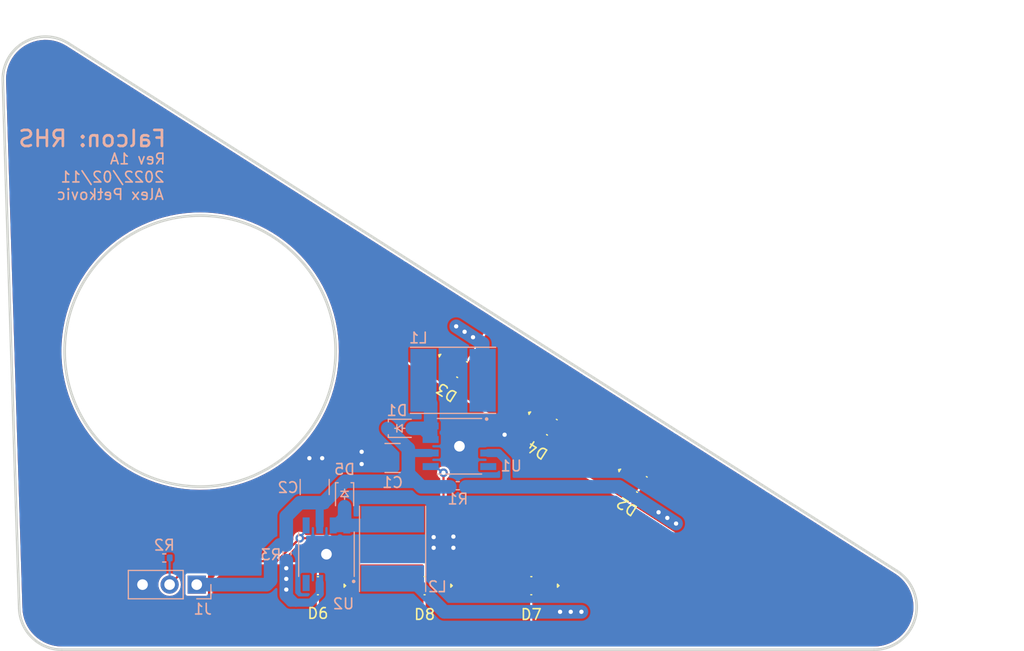
<source format=kicad_pcb>
(kicad_pcb (version 20211014) (generator pcbnew)
  (title_block (title "Project Falcon") (date "2022-02-11") (rev "1A") (company "University of Waterloo") (comment 1 "Mechatronics Engineering") (comment 2 "Final Year Design Project (Capstone)") (comment 3 "Alex Petkovic") (comment 4 "RHS Auxilliary PCB"))
  (layers (0 "F.Cu" signal) (31 "B.Cu" signal) (34 "B.Paste" user) (35 "F.Paste" user) (36 "B.SilkS" user "B.Silkscreen") (37 "F.SilkS" user "F.Silkscreen") (38 "B.Mask" user) (39 "F.Mask" user) (44 "Edge.Cuts" user))
  (net 0 "")
  (net 1 "GND")
  (net 2 "VSYS_SW")
  (net 3 "Net-(D1-Pad2)")
  (net 4 "/LED1_A")
  (net 5 "/LED1_B")
  (net 6 "Net-(D5-Pad2)")
  (net 7 "/LED2_A")
  (net 8 "/LED2_B")
  (net 9 "PWM_LED_RHS")
  (net 12 "/LED1_P")
  (net 13 "/LED1_N")
  (net 14 "/LED2_P")
  (net 15 "/LED2_N")
  (footprint "JetkovKiCADLib:XQ-A-LED_Large" (layer "F.Cu") (at 143 122)
    (fp_text reference "D8" (at 0 2.7) (layer "F.SilkS"))
    (fp_text value "XQA LED 1616 SMD")
    (fp_line (start 0.05 -0.85) (end -0.05 -0.85) (layer "F.SilkS") (width 0.12))
    (fp_line (start 0.05 0.85) (end -0.05 0.85) (layer "F.SilkS") (width 0.12))
    (fp_line (start 0 -0.85) (end 0.05 -0.85) (layer "F.SilkS") (width 0.12))
    (fp_poly (pts (xy 2.6 0) (xy 2.45 0.15) (xy 2.45 -0.15)) (layer "F.SilkS") (width 0.12) (fill solid))
    (pad "1" smd rect (at 1.15 0) (size 2 3.4) (layers "F.Cu" "F.Paste" "F.Mask") (net 8 "/LED2_B"))
    (pad "2" smd rect (at -1.15 0) (size 2 3.4) (layers "F.Cu" "F.Paste" "F.Mask") (net 7 "/LED2_A"))
  )
  (footprint "JetkovKiCADLib:XQ-A-LED_Large" (layer "F.Cu") (at 163.370775 112.514092 147.507004)
    (fp_text reference "D2" (at 0.069093 -2.486931 147.507004 unlocked) (layer "F.SilkS"))
    (fp_text value "XQA LED 1616 SMD")
    (fp_line (start 0.05 0.85) (end -0.05 0.85) (layer "F.SilkS") (width 0.12))
    (fp_line (start 0.05 -0.85) (end -0.05 -0.85) (layer "F.SilkS") (width 0.12))
    (fp_line (start 0 -0.85) (end 0.05 -0.85) (layer "F.SilkS") (width 0.12))
    (fp_poly (pts (xy 2.6 0) (xy 2.45 0.15) (xy 2.45 -0.15)) (layer "F.SilkS") (width 0.12) (fill solid))
    (pad "1" smd rect (at 1.15 0 147.507004) (size 2 3.4) (layers "F.Cu" "F.Paste" "F.Mask") (net 4 "/LED1_A"))
    (pad "2" smd rect (at -1.15 0 147.507004) (size 2 3.4) (layers "F.Cu" "F.Paste" "F.Mask") (net 12 "/LED1_P"))
  )
  (footprint "JetkovKiCADLib:XQ-A-LED_Large" (layer "F.Cu") (at 154.934065 107.145633 147.507004)
    (fp_text reference "D4" (at 0.001353 -2.524952 147.507004 unlocked) (layer "F.SilkS"))
    (fp_text value "XQA LED 1616 SMD")
    (fp_line (start 0.05 -0.85) (end -0.05 -0.85) (layer "F.SilkS") (width 0.12))
    (fp_line (start 0 -0.85) (end 0.05 -0.85) (layer "F.SilkS") (width 0.12))
    (fp_line (start 0.05 0.85) (end -0.05 0.85) (layer "F.SilkS") (width 0.12))
    (fp_poly (pts (xy 2.6 0) (xy 2.45 0.15) (xy 2.45 -0.15)) (layer "F.SilkS") (width 0.12) (fill solid))
    (pad "1" smd rect (at 1.15 0 147.507004) (size 2 3.4) (layers "F.Cu" "F.Paste" "F.Mask") (net 5 "/LED1_B"))
    (pad "2" smd rect (at -1.15 0 147.507004) (size 2 3.4) (layers "F.Cu" "F.Paste" "F.Mask") (net 4 "/LED1_A"))
  )
  (footprint "JetkovKiCADLib:XQ-A-LED_Large" (layer "F.Cu") (at 153 122)
    (fp_text reference "D7" (at 0 2.7) (layer "F.SilkS"))
    (fp_text value "XQA LED 1616 SMD")
    (fp_line (start 0.05 0.85) (end -0.05 0.85) (layer "F.SilkS") (width 0.12))
    (fp_line (start 0 -0.85) (end 0.05 -0.85) (layer "F.SilkS") (width 0.12))
    (fp_line (start 0.05 -0.85) (end -0.05 -0.85) (layer "F.SilkS") (width 0.12))
    (fp_poly (pts (xy 2.6 0) (xy 2.45 0.15) (xy 2.45 -0.15)) (layer "F.SilkS") (width 0.12) (fill solid))
    (pad "1" smd rect (at 1.15 0) (size 2 3.4) (layers "F.Cu" "F.Paste" "F.Mask") (net 15 "/LED2_N"))
    (pad "2" smd rect (at -1.15 0) (size 2 3.4) (layers "F.Cu" "F.Paste" "F.Mask") (net 8 "/LED2_B"))
  )
  (footprint "JetkovKiCADLib:XQ-A-LED_Large" (layer "F.Cu") (at 133 122)
    (fp_text reference "D6" (at 0 2.6) (layer "F.SilkS"))
    (fp_text value "XQA LED 1616 SMD")
    (fp_line (start 0.05 0.85) (end -0.05 0.85) (layer "F.SilkS") (width 0.12))
    (fp_line (start 0 -0.85) (end 0.05 -0.85) (layer "F.SilkS") (width 0.12))
    (fp_line (start 0.05 -0.85) (end -0.05 -0.85) (layer "F.SilkS") (width 0.12))
    (fp_poly (pts (xy 2.6 0) (xy 2.45 0.15) (xy 2.45 -0.15)) (layer "F.SilkS") (width 0.12) (fill solid))
    (pad "1" smd rect (at 1.15 0) (size 2 3.4) (layers "F.Cu" "F.Paste" "F.Mask") (net 7 "/LED2_A"))
    (pad "2" smd rect (at -1.15 0) (size 2 3.4) (layers "F.Cu" "F.Paste" "F.Mask") (net 14 "/LED2_P"))
  )
  (footprint "JetkovKiCADLib:XQ-A-LED_Large" (layer "F.Cu") (at 146.515434 101.750764 147.507004)
    (fp_text reference "D3" (at 0.072741 -2.564336 147.507004 unlocked) (layer "F.SilkS"))
    (fp_text value "XQA LED 1616 SMD")
    (fp_line (start 0 -0.85) (end 0.05 -0.85) (layer "F.SilkS") (width 0.12))
    (fp_line (start 0.05 -0.85) (end -0.05 -0.85) (layer "F.SilkS") (width 0.12))
    (fp_line (start 0.05 0.85) (end -0.05 0.85) (layer "F.SilkS") (width 0.12))
    (fp_poly (pts (xy 2.6 0) (xy 2.45 0.15) (xy 2.45 -0.15)) (layer "F.SilkS") (width 0.12) (fill solid))
    (pad "1" smd rect (at 1.15 0 147.507004) (size 2 3.4) (layers "F.Cu" "F.Paste" "F.Mask") (net 13 "/LED1_N"))
    (pad "2" smd rect (at -1.15 0 147.507004) (size 2 3.4) (layers "F.Cu" "F.Paste" "F.Mask") (net 5 "/LED1_B"))
  )
  (footprint "JetkovKiCADLib:8-SOIC_SO-8EP_DIO" (layer "B.Cu") (at 133.8 119.05 90)
    (fp_text reference "U2" (at -4.65 1.6) (layer "B.SilkS") (effects (justify mirror)))
    (fp_text value "AL8843QSP-13" hide)
    (fp_line (start -2.0828 -2.6035) (end 2.0828 -2.6035) (layer "B.SilkS") (width 0.12))
    (fp_line (start 2.0828 2.6035) (end -2.0828 2.6035) (layer "B.SilkS") (width 0.12))
    (fp_circle (center -2.55 2.55) (end -2.55 2.55) (layer "B.SilkS") (width 0.12) (fill none))
    (fp_circle (center -2.55 2.55) (end -2.440722 2.532188) (layer "B.SilkS") (width 0.12) (fill none))
    (pad "1" smd rect (at -2.7 1.905 90) (size 1.5 0.65) (layers "B.Cu" "B.Paste" "B.Mask") (net 1 "GND"))
    (pad "2" smd rect (at -2.7 0.635 90) (size 1.5 0.65) (layers "B.Cu" "B.Paste" "B.Mask") (net 1 "GND"))
    (pad "3" smd rect (at -2.7 -0.635 90) (size 1.5 0.65) (layers "B.Cu" "B.Paste" "B.Mask") (net 14 "/LED2_P"))
    (pad "4" smd rect (at -2.7 -1.905 90) (size 1.5 0.65) (layers "B.Cu" "B.Paste" "B.Mask"))
    (pad "5" smd rect (at 2.7 -1.905 90) (size 1.5 0.65) (layers "B.Cu" "B.Paste" "B.Mask") (net 9 "PWM_LED_RHS"))
    (pad "6" smd rect (at 2.7 -0.635 90) (size 1.5 0.65) (layers "B.Cu" "B.Paste" "B.Mask") (net 2 "VSYS_SW"))
    (pad "7" smd rect (at 2.7 0.635 90) (size 1.5 0.65) (layers "B.Cu" "B.Paste" "B.Mask") (net 6 "Net-(D5-Pad2)"))
    (pad "8" smd rect (at 2.7 1.905 90) (size 1.5 0.65) (layers "B.Cu" "B.Paste" "B.Mask") (net 6 "Net-(D5-Pad2)"))
    (pad "EPAD" smd rect (at 0 0 90) (size 2.7 3.6) (layers "B.Cu" "B.Mask") (net 1 "GND"))
  )
  (footprint "Connector_PinHeader_2.54mm:PinHeader_1x03_P2.54mm_Vertical" (layer "B.Cu") (at 121.64 121.9 90)
    (fp_text reference "J1" (at -2.3 0.56 180) (layer "B.SilkS") (effects (justify mirror)))
    (fp_text value "100mil")
    (fp_line (start -1.33 -6.41) (end 1.33 -6.41) (layer "B.SilkS") (width 0.12))
    (fp_line (start 1.33 -1.27) (end 1.33 -6.41) (layer "B.SilkS") (width 0.12))
    (fp_line (start -1.33 0) (end -1.33 1.33) (layer "B.SilkS") (width 0.12))
    (fp_line (start -1.33 1.33) (end 0 1.33) (layer "B.SilkS") (width 0.12))
    (fp_line (start -1.33 -1.27) (end 1.33 -1.27) (layer "B.SilkS") (width 0.12))
    (fp_line (start -1.33 -1.27) (end -1.33 -6.41) (layer "B.SilkS") (width 0.12))
    (pad "1" thru_hole rect locked (at 0 0 90) (size 1.7 1.7) (drill 1) (layers *.Cu *.Mask) (net 2 "VSYS_SW"))
    (pad "2" thru_hole oval locked (at 0 -2.54 90) (size 1.7 1.7) (drill 1) (layers *.Cu *.Mask) (net 9 "PWM_LED_RHS"))
    (pad "3" thru_hole oval locked (at 0 -5.08 90) (size 1.7 1.7) (drill 1) (layers *.Cu *.Mask) (net 1 "GND"))
  )
  (footprint "Resistor_SMD:R_0402_1005Metric" (layer "B.Cu") (at 118.6 119.4)
    (fp_text reference "R2" (at 0 -1.2) (layer "B.SilkS") (effects (justify mirror)))
    (fp_text value "1M")
    (fp_line (start -0.153641 0.38) (end 0.153641 0.38) (layer "B.SilkS") (width 0.12))
    (fp_line (start -0.153641 -0.38) (end 0.153641 -0.38) (layer "B.SilkS") (width 0.12))
    (pad "1" smd roundrect locked (at -0.51 0) (size 0.54 0.64) (layers "B.Cu" "B.Paste" "B.Mask") (net 1 "GND"))
    (pad "2" smd roundrect locked (at 0.51 0) (size 0.54 0.64) (layers "B.Cu" "B.Paste" "B.Mask") (net 9 "PWM_LED_RHS"))
  )
  (footprint "JetkovKiCADLib:L_Taiyo-Yuden_NR-60xx_HandSoldering" (layer "B.Cu") (at 145.6666 102.75)
    (fp_text reference "L1" (at -3.25 -3.9695) (layer "B.SilkS") (effects (justify mirror)))
    (fp_text value "100uH")
    (fp_line (start -4 3.1) (end 4 3.1) (layer "B.SilkS") (width 0.12))
    (fp_line (start -4 -3.1) (end 4 -3.1) (layer "B.SilkS") (width 0.12))
    (pad "1" smd rect (at -2.775 0) (size 2.45 5.9) (layers "B.Cu" "B.Paste" "B.Mask") (net 3 "Net-(D1-Pad2)"))
    (pad "2" smd rect (at 2.775 0) (size 2.45 5.9) (layers "B.Cu" "B.Paste" "B.Mask") (net 13 "/LED1_N"))
  )
  (footprint "JetkovKiCADLib:L_Taiyo-Yuden_NR-60xx_HandSoldering" (layer "B.Cu") (at 140 118.55 -90)
    (fp_text reference "L2" (at 3.55 -4.2 180) (layer "B.SilkS") (effects (justify mirror)))
    (fp_text value "100uH")
    (fp_line (start -4 3.1) (end 4 3.1) (layer "B.SilkS") (width 0.12))
    (fp_line (start -4 -3.1) (end 4 -3.1) (layer "B.SilkS") (width 0.12))
    (pad "1" smd rect (at -2.775 0 270) (size 2.45 5.9) (layers "B.Cu" "B.Paste" "B.Mask") (net 6 "Net-(D5-Pad2)"))
    (pad "2" smd rect (at 2.775 0 270) (size 2.45 5.9) (layers "B.Cu" "B.Paste" "B.Mask") (net 15 "/LED2_N"))
  )
  (footprint "Resistor_SMD:R_0402_1005Metric" (layer "B.Cu") (at 130.1 118.95 90)
    (fp_text reference "R3" (at -0.15 -1.5 180) (layer "B.SilkS") (effects (justify mirror)))
    (fp_text value "499m")
    (fp_line (start -0.153641 -0.38) (end 0.153641 -0.38) (layer "B.SilkS") (width 0.12))
    (fp_line (start -0.153641 0.38) (end 0.153641 0.38) (layer "B.SilkS") (width 0.12))
    (pad "1" smd roundrect locked (at -0.51 0 90) (size 0.54 0.64) (layers "B.Cu" "B.Paste" "B.Mask") (net 14 "/LED2_P"))
    (pad "2" smd roundrect locked (at 0.51 0 90) (size 0.54 0.64) (layers "B.Cu" "B.Paste" "B.Mask") (net 2 "VSYS_SW"))
  )
  (footprint "Capacitor_SMD:C_1210_3225Metric" (layer "B.Cu") (at 140 110.0305)
    (fp_text reference "C1" (at 0 2.3) (layer "B.SilkS") (effects (justify mirror)))
    (fp_text value "10uF")
    (fp_line (start -0.711252 1.36) (end 0.711252 1.36) (layer "B.SilkS") (width 0.12))
    (fp_line (start -0.711252 -1.36) (end 0.711252 -1.36) (layer "B.SilkS") (width 0.12))
    (pad "1" smd roundrect locked (at -1.475 0) (size 1.15 2.7) (layers "B.Cu" "B.Paste" "B.Mask") (roundrect_rratio 0.2173913043) (net 1 "GND"))
    (pad "2" smd roundrect locked (at 1.475 0) (size 1.15 2.7) (layers "B.Cu" "B.Paste" "B.Mask") (roundrect_rratio 0.2173913043) (net 2 "VSYS_SW"))
  )
  (footprint "JetkovKiCADLib:SC-76-SOD-323_USC_TSB" (layer "B.Cu") (at 135.5 113.45 -90)
    (fp_text reference "D5" (at -2.35 0 -180) (layer "B.SilkS") (effects (justify mirror)))
    (fp_text value "500mA")
    (fp_line (start -0.3 0.35) (end -0.3 -0.35) (layer "B.SilkS") (width 0.12))
    (fp_line (start -1.1 -0.85) (end -1.1 -0.6) (layer "B.SilkS") (width 0.12))
    (fp_line (start 0.2 -0.35) (end -0.3 0) (layer "B.SilkS") (width 0.12))
    (fp_line (start -1.1 0.85) (end 1.05 0.85) (layer "B.SilkS") (width 0.12))
    (fp_line (start -1.1 -0.85) (end 1.05 -0.85) (layer "B.SilkS") (width 0.12))
    (fp_line (start 0.2 0.35) (end 0.2 -0.35) (layer "B.SilkS") (width 0.12))
    (fp_line (start -0.3 0) (end 0.2 0.35) (layer "B.SilkS") (width 0.12))
    (fp_line (start -1.1 0.85) (end -1.1 0.6) (layer "B.SilkS") (width 0.12))
    (fp_line (start -0.3 0) (end -0.5 0) (layer "B.SilkS") (width 0.12))
    (fp_line (start 0.2 0) (end 0.45 0) (layer "B.SilkS") (width 0.12))
    (pad "1" smd rect (at -1.15 0 270) (size 0.8 0.9) (layers "B.Cu" "B.Paste" "B.Mask") (net 2 "VSYS_SW"))
    (pad "2" smd rect (at 1.15 0 270) (size 0.8 0.9) (layers "B.Cu" "B.Paste" "B.Mask") (net 6 "Net-(D5-Pad2)"))
  )
  (footprint "Capacitor_SMD:C_1210_3225Metric" (layer "B.Cu") (at 132.7 112.75 -90)
    (fp_text reference "C2" (at 0.05 2.5 180) (layer "B.SilkS") (effects (justify mirror)))
    (fp_text value "10uF")
    (fp_line (start -0.711252 -1.36) (end 0.711252 -1.36) (layer "B.SilkS") (width 0.12))
    (fp_line (start -0.711252 1.36) (end 0.711252 1.36) (layer "B.SilkS") (width 0.12))
    (pad "1" smd roundrect locked (at -1.475 0 270) (size 1.15 2.7) (layers "B.Cu" "B.Paste" "B.Mask") (roundrect_rratio 0.2173913043) (net 1 "GND"))
    (pad "2" smd roundrect locked (at 1.475 0 270) (size 1.15 2.7) (layers "B.Cu" "B.Paste" "B.Mask") (roundrect_rratio 0.2173913043) (net 2 "VSYS_SW"))
  )
  (footprint "Resistor_SMD:R_0402_1005Metric" (layer "B.Cu") (at 146.11 112.6305 180)
    (fp_text reference "R1" (at -0.0066 -1.25) (layer "B.SilkS") (effects (justify mirror)))
    (fp_text value "499m")
    (fp_line (start -0.153641 -0.38) (end 0.153641 -0.38) (layer "B.SilkS") (width 0.12))
    (fp_line (start -0.153641 0.38) (end 0.153641 0.38) (layer "B.SilkS") (width 0.12))
    (pad "1" smd roundrect locked (at -0.51 0 180) (size 0.54 0.64) (layers "B.Cu" "B.Paste" "B.Mask") (net 12 "/LED1_P"))
    (pad "2" smd roundrect locked (at 0.51 0 180) (size 0.54 0.64) (layers "B.Cu" "B.Paste" "B.Mask") (net 2 "VSYS_SW"))
  )
  (footprint "JetkovKiCADLib:SC-76-SOD-323_USC_TSB" (layer "B.Cu") (at 140.7 107.25)
    (fp_text reference "D1" (at -0.2834 -1.6695) (layer "B.SilkS") (effects (justify mirror)))
    (fp_text value "500mA")
    (fp_line (start -1.1 0.85) (end -1.1 0.6) (layer "B.SilkS") (width 0.12))
    (fp_line (start 0.2 -0.35) (end -0.3 0) (layer "B.SilkS") (width 0.12))
    (fp_line (start -0.3 0) (end -0.5 0) (layer "B.SilkS") (width 0.12))
    (fp_line (start -0.3 0) (end 0.2 0.35) (layer "B.SilkS") (width 0.12))
    (fp_line (start -1.1 0.85) (end 1.05 0.85) (layer "B.SilkS") (width 0.12))
    (fp_line (start -1.1 -0.85) (end 1.05 -0.85) (layer "B.SilkS") (width 0.12))
    (fp_line (start 0.2 0.35) (end 0.2 -0.35) (layer "B.SilkS") (width 0.12))
    (fp_line (start -0.3 0.35) (end -0.3 -0.35) (layer "B.SilkS") (width 0.12))
    (fp_line (start -1.1 -0.85) (end -1.1 -0.6) (layer "B.SilkS") (width 0.12))
    (fp_line (start 0.2 0) (end 0.45 0) (layer "B.SilkS") (width 0.12))
    (pad "1" smd rect (at -1.15 0) (size 0.8 0.9) (layers "B.Cu" "B.Paste" "B.Mask") (net 2 "VSYS_SW"))
    (pad "2" smd rect (at 1.15 0) (size 0.8 0.9) (layers "B.Cu" "B.Paste" "B.Mask") (net 3 "Net-(D1-Pad2)"))
  )
  (footprint "JetkovKiCADLib:8-SOIC_SO-8EP_DIO" (layer "B.Cu") (at 146.2666 108.9305 180)
    (fp_text reference "U1" (at -4.85 -1.85) (layer "B.SilkS") (effects (justify mirror)))
    (fp_text value "AL8843QSP-13" hide)
    (fp_line (start -2.0828 -2.6035) (end 2.0828 -2.6035) (layer "B.SilkS") (width 0.12))
    (fp_line (start 2.0828 2.6035) (end -2.0828 2.6035) (layer "B.SilkS") (width 0.12))
    (fp_circle (center -2.55 2.55) (end -2.55 2.55) (layer "B.SilkS") (width 0.12) (fill none))
    (fp_circle (center -2.55 2.55) (end -2.440722 2.532188) (layer "B.SilkS") (width 0.12) (fill none))
    (pad "1" smd rect (at -2.7 1.905 180) (size 1.5 0.65) (layers "B.Cu" "B.Paste" "B.Mask") (net 1 "GND"))
    (pad "2" smd rect (at -2.7 0.635 180) (size 1.5 0.65) (layers "B.Cu" "B.Paste" "B.Mask") (net 1 "GND"))
    (pad "3" smd rect (at -2.7 -0.635 180) (size 1.5 0.65) (layers "B.Cu" "B.Paste" "B.Mask") (net 12 "/LED1_P"))
    (pad "4" smd rect (at -2.7 -1.905 180) (size 1.5 0.65) (layers "B.Cu" "B.Paste" "B.Mask"))
    (pad "5" smd rect (at 2.7 -1.905 180) (size 1.5 0.65) (layers "B.Cu" "B.Paste" "B.Mask") (net 9 "PWM_LED_RHS"))
    (pad "6" smd rect (at 2.7 -0.635 180) (size 1.5 0.65) (layers "B.Cu" "B.Paste" "B.Mask") (net 2 "VSYS_SW"))
    (pad "7" smd rect (at 2.7 0.635 180) (size 1.5 0.65) (layers "B.Cu" "B.Paste" "B.Mask") (net 3 "Net-(D1-Pad2)"))
    (pad "8" smd rect (at 2.7 1.905 180) (size 1.5 0.65) (layers "B.Cu" "B.Paste" "B.Mask") (net 3 "Net-(D1-Pad2)"))
    (pad "EPAD" smd rect (at 0 0 180) (size 2.7 3.6) (layers "B.Cu" "B.Mask") (net 1 "GND"))
  )
  (gr_line locked (start 109.612274 71.161561) (end 187.277108 120.626171) (layer "Edge.Cuts") (width 0.25))
  (gr_circle locked (center 121.961466 100.011804) (end 131.180191 108.747084) (layer "Edge.Cuts") (width 0.25) (fill none))
  (gr_line locked (start 185.128322 128) (end 109.000001 127.999999) (layer "Edge.Cuts") (width 0.25))
  (gr_arc locked (start 109.000001 127.999999) (mid 106.215829 126.871999) (end 105.001929 124.124191) (layer "Edge.Cuts") (width 0.25))
  (gr_arc locked (start 103.465416 74.659581) (mid 105.485105 71.058897) (end 109.612274 71.161561) (layer "Edge.Cuts") (width 0.25))
  (gr_arc locked (start 187.277108 120.626171) (mid 188.96859 125.119081) (end 185.128322 128) (layer "Edge.Cuts") (width 0.25))
  (gr_line locked (start 105.001929 124.124191) (end 103.465416 74.659581) (layer "Edge.Cuts") (width 0.25))
  (gr_text "Rev 1A" (at 118.8 82) (layer "B.SilkS") (effects (font (size 1 1)) (justify left mirror)))
  (gr_text "2022/02/11" (at 118.7 83.7) (layer "B.SilkS") (effects (font (size 1 1)) (justify left mirror)))
  (gr_text "Alex Petkovic" (at 118.65 85.333778) (layer "B.SilkS") (effects (font (size 1 1)) (justify left mirror)))
  (gr_text "Falcon: RHS" (at 118.9 80.09776) (layer "B.SilkS") (effects (font (size 1.5 1.5) (thickness 0.25)) (justify left mirror)))
  (via (at 145.7 117.4) (size 0.8) (drill 0.4) (layers "F.Cu" "B.Cu") (net 1))
  (via (at 150.5 107.85) (size 0.8) (drill 0.4) (layers "F.Cu" "B.Cu") (net 1))
  (via (at 146.2666 108.9305) (size 1.7) (drill 1) (layers "F.Cu" "B.Cu") (net 1))
  (via (at 133.8 119.05) (size 1.7) (drill 1) (layers "F.Cu" "B.Cu") (net 1))
  (via (at 132.2 110.05) (size 0.8) (drill 0.4) (layers "F.Cu" "B.Cu") (net 1))
  (via (at 137.1 109.45) (size 0.8) (drill 0.4) (layers "F.Cu" "B.Cu") (net 1))
  (via (at 143.85 117.45) (size 0.8) (drill 0.4) (layers "F.Cu" "B.Cu") (net 1))
  (via (at 137.1 110.6) (size 0.8) (drill 0.4) (layers "F.Cu" "B.Cu") (net 1))
  (via (at 133.4 110.05) (size 0.8) (drill 0.4) (layers "F.Cu" "B.Cu") (net 1))
  (via (at 145.7 118.45) (size 0.8) (drill 0.4) (layers "F.Cu" "B.Cu") (net 1))
  (via (at 143.85 118.45) (size 0.8) (drill 0.4) (layers "F.Cu" "B.Cu") (net 1))
  (segment (start 148.9666 107.9305) (end 147.2666 107.9305) (width 1.27) (layer "B.Cu") (net 1))
  (segment (start 134.8 120.05) (end 134.8 121.75) (width 1.27) (layer "B.Cu") (net 1))
  (segment (start 148.9666 107.0255) (end 148.9666 107.9305) (width 1.27) (layer "B.Cu") (net 1))
  (segment (start 147.2666 107.9305) (end 146.2666 108.9305) (width 1.27) (layer "B.Cu") (net 1))
  (segment (start 135.705 121.75) (end 134.8 121.75) (width 1.27) (layer "B.Cu") (net 1))
  (segment (start 133.8 119.05) (end 134.8 120.05) (width 1.27) (layer "B.Cu") (net 1))
  (segment (start 141.475 111.487922) (end 140.747902 112.21502) (width 1.27) (layer "B.Cu") (net 2))
  (segment (start 133.165 116.35) (end 133.165 114.69) (width 0.762) (layer "B.Cu") (net 2))
  (segment (start 131.310978 114.225) (end 130.035 115.500978) (width 1.27) (layer "B.Cu") (net 2))
  (segment (start 130.035 118.18048) (end 129.426305 118.18048) (width 1.27) (layer "B.Cu") (net 2))
  (segment (start 128.56548 119.041305) (end 128.56548 121.51548) (width 1.27) (layer "B.Cu") (net 2))
  (segment (start 141.94 109.5655) (end 141.475 110.0305) (width 0.762) (layer "B.Cu") (net 2))
  (segment (start 133.165 114.69) (end 132.7 114.225) (width 0.762) (layer "B.Cu") (net 2))
  (segment (start 121.64 121.9) (end 128.18096 121.9) (width 1.27) (layer "B.Cu") (net 2))
  (segment (start 139.55 107.25) (end 141.475 109.175) (width 1.27) (layer "B.Cu") (net 2))
  (segment (start 141.475 110.0305) (end 141.475 111.487922) (width 1.27) (layer "B.Cu") (net 2))
  (segment (start 132.7 114.225) (end 133.525 114.225) (width 1.27) (layer "B.Cu") (net 2))
  (segment (start 129.426305 118.18048) (end 128.56548 119.041305) (width 1.27) (layer "B.Cu") (net 2))
  (segment (start 132.7 114.225) (end 131.310978 114.225) (width 1.27) (layer "B.Cu") (net 2))
  (segment (start 140.747902 112.21502) (end 135.53498 112.21502) (width 1.27) (layer "B.Cu") (net 2))
  (segment (start 141.475 110.0305) (end 141.475 109.1389) (width 1.27) (layer "B.Cu") (net 2))
  (segment (start 133.525 114.225) (end 135.53498 112.21502) (width 1.27) (layer "B.Cu") (net 2))
  (segment (start 130.035 115.500978) (end 130.035 118.18048) (width 1.27) (layer "B.Cu") (net 2))
  (segment (start 142.717578 112.7305) (end 145.3666 112.7305) (width 1.27) (layer "B.Cu") (net 2))
  (segment (start 128.18096 121.9) (end 128.56548 121.51548) (width 1.27) (layer "B.Cu") (net 2))
  (segment (start 140.747902 112.21502) (end 142.202098 112.21502) (width 1.27) (layer "B.Cu") (net 2))
  (segment (start 141.475 111.487922) (end 142.717578 112.7305) (width 1.27) (layer "B.Cu") (net 2))
  (segment (start 143.5666 109.5655) (end 141.94 109.5655) (width 0.762) (layer "B.Cu") (net 2))
  (segment (start 143.5666 107.9305) (end 143.5666 104.9305) (width 1.27) (layer "B.Cu") (net 3))
  (segment (start 142.8861 107.25) (end 143.5666 107.9305) (width 1.27) (layer "B.Cu") (net 3))
  (segment (start 143.5666 104.9305) (end 142.8916 104.2555) (width 1.27) (layer "B.Cu") (net 3))
  (segment (start 141.85 107.25) (end 142.8861 107.25) (width 1.27) (layer "B.Cu") (net 3))
  (segment (start 134.8 116.35) (end 138.4 116.35) (width 1.27) (layer "B.Cu") (net 6))
  (segment (start 135.5 114.6) (end 135.5 115.65) (width 1.27) (layer "B.Cu") (net 6))
  (segment (start 135.5 115.65) (end 134.8 116.35) (width 1.27) (layer "B.Cu") (net 6))
  (segment (start 120.3 120.7) (end 123.65 120.7) (width 0.2032) (layer "F.Cu") (net 9))
  (segment (start 136.25 119.7) (end 134.1 117.55) (width 0.2032) (layer "F.Cu") (net 9))
  (segment (start 144.772665 118.877335) (end 143.95 119.7) (width 0.2032) (layer "F.Cu") (net 9))
  (segment (start 119.1 121.9) (end 120.3 120.7) (width 0.2032) (layer "F.Cu") (net 9))
  (segment (start 144.772665 111.415146) (end 144.772665 118.877335) (width 0.2032) (layer "F.Cu") (net 9))
  (segment (start 123.65 120.7) (end 124.65 119.7) (width 0.2032) (layer "F.Cu") (net 9))
  (segment (start 143.95 119.7) (end 136.25 119.7) (width 0.2032) (layer "F.Cu") (net 9))
  (segment (start 129.15 119.7) (end 131.3 117.55) (width 0.2032) (layer "F.Cu") (net 9))
  (segment (start 134.1 117.55) (end 131.3 117.55) (width 0.2032) (layer "F.Cu") (net 9))
  (segment (start 124.65 119.7) (end 129.15 119.7) (width 0.2032) (layer "F.Cu") (net 9))
  (via (at 131.3 117.55) (size 0.8) (drill 0.4) (layers "F.Cu" "B.Cu") (net 9))
  (via (at 144.772665 111.415146) (size 0.8) (drill 0.4) (layers "F.Cu" "B.Cu") (net 9))
  (segment (start 144.656246 111.415146) (end 144.0716 110.8305) (width 0.2032) (layer "B.Cu") (net 9))
  (segment (start 119.1 119.41) (end 119.1 121.9) (width 0.2032) (layer "B.Cu") (net 9))
  (segment (start 131.3 117.45) (end 131.895 116.855) (width 0.2032) (layer "B.Cu") (net 9))
  (segment (start 131.3 117.55) (end 131.3 117.45) (width 0.2032) (layer "B.Cu") (net 9))
  (segment (start 144.772665 111.415146) (end 144.656246 111.415146) (width 0.2032) (layer "B.Cu") (net 9))
  (via (at 164.931479 115.118521) (size 0.8) (drill 0.4) (layers "F.Cu" "B.Cu") (net 12))
  (via (at 165.752028 115.647972) (size 0.8) (drill 0.4) (layers "F.Cu" "B.Cu") (net 12))
  (via (at 166.572577 116.177423) (size 0.8) (drill 0.4) (layers "F.Cu" "B.Cu") (net 12))
  (segment (start 148.9666 109.5655) (end 149.932622 109.5655) (width 0.762) (layer "B.Cu") (net 12))
  (segment (start 150.6666 110.299478) (end 150.6666 112.1305) (width 0.762) (layer "B.Cu") (net 12))
  (segment (start 150.0666 112.7305) (end 161.2305 112.7305) (width 1.27) (layer "B.Cu") (net 12))
  (segment (start 165.752028 115.647972) (end 166.572577 116.177423) (width 1.27) (layer "B.Cu") (net 12))
  (segment (start 150.6666 112.1305) (end 150.0666 112.7305) (width 0.762) (layer "B.Cu") (net 12))
  (segment (start 150.0666 112.7305) (end 146.8666 112.7305) (width 1.27) (layer "B.Cu") (net 12))
  (segment (start 164.931479 115.118521) (end 165.752028 115.647972) (width 1.27) (layer "B.Cu") (net 12))
  (segment (start 161.2305 112.7305) (end 164.931479 115.118521) (width 1.27) (layer "B.Cu") (net 12))
  (segment (start 149.932622 109.5655) (end 150.6666 110.299478) (width 0.762) (layer "B.Cu") (net 12))
  (via (at 146.75 98.2) (size 0.8) (drill 0.4) (layers "F.Cu" "B.Cu") (net 13))
  (via (at 145.961482 97.688518) (size 0.8) (drill 0.4) (layers "F.Cu" "B.Cu") (net 13))
  (via (at 147.538518 98.711482) (size 0.8) (drill 0.4) (layers "F.Cu" "B.Cu") (net 13))
  (segment (start 148.4458 99.3) (end 148.4416 102.75) (width 1.27) (layer "B.Cu") (net 13))
  (segment (start 146.75 98.2) (end 145.961482 97.688518) (width 1.27) (layer "B.Cu") (net 13))
  (segment (start 148.4458 99.3) (end 147.538518 98.711482) (width 1.27) (layer "B.Cu") (net 13))
  (segment (start 147.538518 98.711482) (end 146.75 98.2) (width 1.27) (layer "B.Cu") (net 13))
  (via (at 130.035 121.365) (size 0.8) (drill 0.4) (layers "F.Cu" "B.Cu") (net 14))
  (via (at 130.035 122.365) (size 0.8) (drill 0.4) (layers "F.Cu" "B.Cu") (net 14))
  (via (at 130.035 120.365) (size 0.8) (drill 0.4) (layers "F.Cu" "B.Cu") (net 14))
  (segment (start 129.847541 123.020918) (end 130.018459 122.85) (width 0.762) (layer "B.Cu") (net 14))
  (segment (start 130.035 122.85) (end 130.035 122.365) (width 1.27) (layer "B.Cu") (net 14))
  (segment (start 130.035 120.365) (end 130.035 119.65) (width 1.27) (layer "B.Cu") (net 14))
  (segment (start 133.165 121.75) (end 133.165 122.751022) (width 0.762) (layer "B.Cu") (net 14))
  (segment (start 130.018459 122.85) (end 130.035 122.85) (width 0.762) (layer "B.Cu") (net 14))
  (segment (start 132.327214 123.588808) (end 130.415431 123.588808) (width 0.762) (layer "B.Cu") (net 14))
  (segment (start 130.035 121.365) (end 130.035 120.365) (width 1.27) (layer "B.Cu") (net 14))
  (segment (start 130.035 122.365) (end 130.035 122.685) (width 0.762) (layer "B.Cu") (net 14))
  (segment (start 130.035 122.685) (end 130.95 123.6) (width 0.762) (layer "B.Cu") (net 14))
  (segment (start 130.415431 123.588808) (end 129.847541 123.020918) (width 0.762) (layer "B.Cu") (net 14))
  (segment (start 133.165 122.751022) (end 132.327214 123.588808) (width 0.762) (layer "B.Cu") (net 14))
  (segment (start 130.035 122.365) (end 130.035 121.365) (width 1.27) (layer "B.Cu") (net 14))
  (via (at 156.69998 124.45) (size 0.8) (drill 0.4) (layers "F.Cu" "B.Cu") (net 15))
  (via (at 157.69998 124.45) (size 0.8) (drill 0.4) (layers "F.Cu" "B.Cu") (net 15))
  (via (at 155.69998 124.45) (size 0.8) (drill 0.4) (layers "F.Cu" "B.Cu") (net 15))
  (segment (start 144.85 124.45) (end 141.725 121.325) (width 1.27) (layer "B.Cu") (net 15))
  (segment (start 156.69998 124.45) (end 157.69998 124.45) (width 1.27) (layer "B.Cu") (net 15))
  (segment (start 155.69998 124.45) (end 156.69998 124.45) (width 1.27) (layer "B.Cu") (net 15))
  (segment (start 155.69998 124.45) (end 144.85 124.45) (width 1.27) (layer "B.Cu") (net 15))
  (zone (net 12) (net_name "/LED1_P") (layer "F.Cu") (priority 6) (connect_pads yes (clearance 0.2032)) (min_thickness 0.2032) (fill yes (thermal_gap 0.508) (thermal_bridge_width 0.508))
    (polygon (pts (xy 171.55 118.5) (xy 169.5 118.95) (xy 162.353058 114.353465) (xy 166.74728 107.454056) (xy 175.181852 112.826021)))
  )
  (zone (net 13) (net_name "/LED1_N") (layer "F.Cu") (priority 3) (connect_pads yes (clearance 0.2032)) (min_thickness 0.2032) (fill yes (thermal_gap 0.508) (thermal_bridge_width 0.508))
    (polygon (pts (xy 145.437149 103.533656) (xy 137.85 98.7) (xy 137.75 96.95) (xy 141.356312 91.325853) (xy 149.790884 96.697818)))
  )
  (zone (net 4) (net_name "/LED1_A") (layer "F.Cu") (priority 5) (connect_pads yes (clearance 0.2032)) (min_thickness 0.2032) (fill yes (thermal_gap 0.508) (thermal_bridge_width 0.508))
    (polygon (pts (xy 162.357782 114.334087) (xy 153.923211 108.962122) (xy 158.303166 102.085114) (xy 166.737738 107.457079)))
  )
  (zone (net 14) (net_name "/LED2_P") (layer "F.Cu") (priority 1) (connect_pads yes (clearance 0.2032)) (min_thickness 0.2032) (fill yes (thermal_gap 0.508) (thermal_bridge_width 0.508))
    (polygon (pts (xy 133.1 128) (xy 125.2 128) (xy 123.1 125.9) (xy 123.1 121.65) (xy 124.8 120) (xy 133.1 120)))
  )
  (zone (net 8) (net_name "/LED2_B") (layer "F.Cu") (priority 3) (connect_pads yes (clearance 0.2032)) (min_thickness 0.2032) (fill yes (thermal_gap 0.508) (thermal_bridge_width 0.508))
    (polygon (pts (xy 153.1 128) (xy 143.1 128) (xy 143.1 120) (xy 153.1 120)))
  )
  (zone (net 5) (net_name "/LED1_B") (layer "F.Cu") (priority 4) (connect_pads yes (clearance 0.2032)) (min_thickness 0.2032) (fill yes (thermal_gap 0.508) (thermal_bridge_width 0.508))
    (polygon (pts (xy 153.900615 108.93216) (xy 145.466044 103.560195) (xy 149.835023 96.700421) (xy 158.269595 102.072386)))
  )
  (zone (net 15) (net_name "/LED2_N") (layer "F.Cu") (priority 4) (connect_pads yes (clearance 0.2032)) (min_thickness 0.2032) (fill yes (thermal_gap 0.508) (thermal_bridge_width 0.508))
    (polygon (pts (xy 163.1 127.9) (xy 153.1 127.9) (xy 153.1 120) (xy 161.35 120) (xy 163.1 121.85)))
  )
  (zone (net 1) (net_name "GND") (layers F&B.Cu) (connect_pads yes (clearance 0.2032)) (min_thickness 0.2032) (fill yes (thermal_gap 0.508) (thermal_bridge_width 0.508))
    (polygon (pts (xy 199.2 128.1) (xy 105.1 127.9) (xy 103.2 67.1)))
  )
  (zone (net 7) (net_name "/LED2_A") (layer "F.Cu") (priority 2) (connect_pads yes (clearance 0.2032)) (min_thickness 0.2032) (fill yes (thermal_gap 0.508) (thermal_bridge_width 0.508))
    (polygon (pts (xy 143.1 128) (xy 133.1 128) (xy 133.1 120) (xy 143.1 120)))
  )
)
</source>
